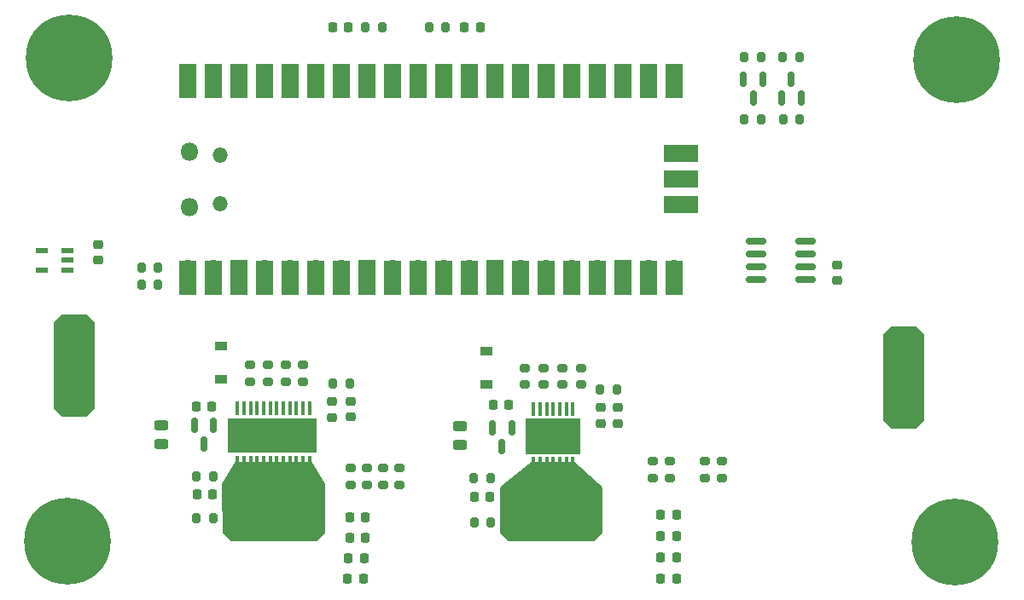
<source format=gbr>
%TF.GenerationSoftware,KiCad,Pcbnew,(6.0.7)*%
%TF.CreationDate,2022-09-20T09:41:07-05:00*%
%TF.ProjectId,BTSTest,42545354-6573-4742-9e6b-696361645f70,rev?*%
%TF.SameCoordinates,Original*%
%TF.FileFunction,Soldermask,Top*%
%TF.FilePolarity,Negative*%
%FSLAX46Y46*%
G04 Gerber Fmt 4.6, Leading zero omitted, Abs format (unit mm)*
G04 Created by KiCad (PCBNEW (6.0.7)) date 2022-09-20 09:41:07*
%MOMM*%
%LPD*%
G01*
G04 APERTURE LIST*
G04 Aperture macros list*
%AMRoundRect*
0 Rectangle with rounded corners*
0 $1 Rounding radius*
0 $2 $3 $4 $5 $6 $7 $8 $9 X,Y pos of 4 corners*
0 Add a 4 corners polygon primitive as box body*
4,1,4,$2,$3,$4,$5,$6,$7,$8,$9,$2,$3,0*
0 Add four circle primitives for the rounded corners*
1,1,$1+$1,$2,$3*
1,1,$1+$1,$4,$5*
1,1,$1+$1,$6,$7*
1,1,$1+$1,$8,$9*
0 Add four rect primitives between the rounded corners*
20,1,$1+$1,$2,$3,$4,$5,0*
20,1,$1+$1,$4,$5,$6,$7,0*
20,1,$1+$1,$6,$7,$8,$9,0*
20,1,$1+$1,$8,$9,$2,$3,0*%
%AMOutline5P*
0 Free polygon, 5 corners , with rotation*
0 The origin of the aperture is its center*
0 number of corners: always 5*
0 $1 to $10 corner X, Y*
0 $11 Rotation angle, in degrees counterclockwise*
0 create outline with 5 corners*
4,1,5,$1,$2,$3,$4,$5,$6,$7,$8,$9,$10,$1,$2,$11*%
%AMOutline6P*
0 Free polygon, 6 corners , with rotation*
0 The origin of the aperture is its center*
0 number of corners: always 6*
0 $1 to $12 corner X, Y*
0 $13 Rotation angle, in degrees counterclockwise*
0 create outline with 6 corners*
4,1,6,$1,$2,$3,$4,$5,$6,$7,$8,$9,$10,$11,$12,$1,$2,$13*%
%AMOutline7P*
0 Free polygon, 7 corners , with rotation*
0 The origin of the aperture is its center*
0 number of corners: always 7*
0 $1 to $14 corner X, Y*
0 $15 Rotation angle, in degrees counterclockwise*
0 create outline with 7 corners*
4,1,7,$1,$2,$3,$4,$5,$6,$7,$8,$9,$10,$11,$12,$13,$14,$1,$2,$15*%
%AMOutline8P*
0 Free polygon, 8 corners , with rotation*
0 The origin of the aperture is its center*
0 number of corners: always 8*
0 $1 to $16 corner X, Y*
0 $17 Rotation angle, in degrees counterclockwise*
0 create outline with 8 corners*
4,1,8,$1,$2,$3,$4,$5,$6,$7,$8,$9,$10,$11,$12,$13,$14,$15,$16,$1,$2,$17*%
G04 Aperture macros list end*
%ADD10C,0.200000*%
%ADD11RoundRect,0.200000X-0.275000X0.200000X-0.275000X-0.200000X0.275000X-0.200000X0.275000X0.200000X0*%
%ADD12C,4.700000*%
%ADD13C,8.600000*%
%ADD14RoundRect,0.200000X0.275000X-0.200000X0.275000X0.200000X-0.275000X0.200000X-0.275000X-0.200000X0*%
%ADD15RoundRect,0.218750X-0.218750X-0.256250X0.218750X-0.256250X0.218750X0.256250X-0.218750X0.256250X0*%
%ADD16RoundRect,0.200000X-0.200000X-0.275000X0.200000X-0.275000X0.200000X0.275000X-0.200000X0.275000X0*%
%ADD17RoundRect,0.200000X0.200000X0.275000X-0.200000X0.275000X-0.200000X-0.275000X0.200000X-0.275000X0*%
%ADD18RoundRect,0.225000X0.250000X-0.225000X0.250000X0.225000X-0.250000X0.225000X-0.250000X-0.225000X0*%
%ADD19RoundRect,0.225000X0.225000X0.250000X-0.225000X0.250000X-0.225000X-0.250000X0.225000X-0.250000X0*%
%ADD20R,1.200000X0.900000*%
%ADD21R,0.354800X1.454899*%
%ADD22R,0.750000X0.750000*%
%ADD23R,8.875000X3.475000*%
%ADD24RoundRect,0.150000X-0.150000X0.587500X-0.150000X-0.587500X0.150000X-0.587500X0.150000X0.587500X0*%
%ADD25Outline6P,-2.540000X1.200000X-1.740000X2.000000X2.540000X2.000000X2.540000X-2.000000X-1.740000X-2.000000X-2.540000X-1.200000X90.000000*%
%ADD26Outline6P,-2.540000X2.000000X1.740000X2.000000X2.540000X1.200000X2.540000X-1.200000X1.740000X-2.000000X-2.540000X-2.000000X90.000000*%
%ADD27R,5.500000X3.650000*%
%ADD28R,1.309599X0.508000*%
%ADD29RoundRect,0.225000X-0.225000X-0.250000X0.225000X-0.250000X0.225000X0.250000X-0.225000X0.250000X0*%
%ADD30Outline6P,-2.540000X1.200000X-1.740000X2.000000X2.540000X2.000000X2.540000X-2.000000X-1.740000X-2.000000X-2.540000X-1.200000X0.000000*%
%ADD31Outline6P,-2.540000X2.000000X1.740000X2.000000X2.540000X1.200000X2.540000X-1.200000X1.740000X-2.000000X-2.540000X-2.000000X0.000000*%
%ADD32RoundRect,0.150000X-0.825000X-0.150000X0.825000X-0.150000X0.825000X0.150000X-0.825000X0.150000X0*%
%ADD33RoundRect,0.243750X0.456250X-0.243750X0.456250X0.243750X-0.456250X0.243750X-0.456250X-0.243750X0*%
%ADD34RoundRect,0.150000X0.150000X-0.587500X0.150000X0.587500X-0.150000X0.587500X-0.150000X-0.587500X0*%
%ADD35RoundRect,0.225000X-0.250000X0.225000X-0.250000X-0.225000X0.250000X-0.225000X0.250000X0.225000X0*%
%ADD36O,1.800000X1.800000*%
%ADD37O,1.500000X1.500000*%
%ADD38O,1.700000X1.700000*%
%ADD39R,1.700000X3.500000*%
%ADD40R,1.700000X1.700000*%
%ADD41R,3.500000X1.700000*%
G04 APERTURE END LIST*
D10*
X130856216Y-90502703D02*
X140796216Y-90502703D01*
X140796216Y-90502703D02*
X140796216Y-94902703D01*
X140796216Y-94902703D02*
X130856216Y-94902703D01*
X130856216Y-94902703D02*
X130856216Y-90502703D01*
G36*
X130856216Y-90502703D02*
G01*
X140796216Y-90502703D01*
X140796216Y-94902703D01*
X130856216Y-94902703D01*
X130856216Y-90502703D01*
G37*
G36*
X140796216Y-90502703D02*
G01*
X137400000Y-90600000D01*
X138100000Y-88100000D01*
X140796216Y-90502703D01*
G37*
X140796216Y-90502703D02*
X137400000Y-90600000D01*
X138100000Y-88100000D01*
X140796216Y-90502703D01*
G36*
X113300000Y-90200000D02*
G01*
X103200000Y-90200000D01*
X104500000Y-88100000D01*
X112000000Y-88100000D01*
X113300000Y-90200000D01*
G37*
X113300000Y-90200000D02*
X103200000Y-90200000D01*
X104500000Y-88100000D01*
X112000000Y-88100000D01*
X113300000Y-90200000D01*
G36*
X134496216Y-90502703D02*
G01*
X130856216Y-90502703D01*
X133896216Y-88102703D01*
X134496216Y-90502703D01*
G37*
X134496216Y-90502703D02*
X130856216Y-90502703D01*
X133896216Y-88102703D01*
X134496216Y-90502703D01*
X103200000Y-92800000D02*
X113300000Y-92800000D01*
X113300000Y-92800000D02*
X113300000Y-90200000D01*
X113300000Y-90200000D02*
X103200000Y-90200000D01*
X103200000Y-90200000D02*
X103200000Y-92800000D01*
G36*
X103200000Y-92800000D02*
G01*
X113300000Y-92800000D01*
X113300000Y-90200000D01*
X103200000Y-90200000D01*
X103200000Y-92800000D01*
G37*
X133900000Y-88100000D02*
X138100000Y-88100000D01*
X138100000Y-88100000D02*
X138100000Y-91700000D01*
X138100000Y-91700000D02*
X133900000Y-91700000D01*
X133900000Y-91700000D02*
X133900000Y-88100000D01*
G36*
X133900000Y-88100000D02*
G01*
X138100000Y-88100000D01*
X138100000Y-91700000D01*
X133900000Y-91700000D01*
X133900000Y-88100000D01*
G37*
D11*
%TO.C,R20*%
X138810000Y-78665000D03*
X138810000Y-80315000D03*
%TD*%
D12*
%TO.C,H1*%
X176000000Y-48000000D03*
D13*
X176000000Y-48000000D03*
%TD*%
D14*
%TO.C,R4*%
X120768333Y-90253333D03*
X120768333Y-88603333D03*
%TD*%
D15*
%TO.C,D8*%
X146662500Y-93230000D03*
X148237500Y-93230000D03*
%TD*%
D11*
%TO.C,R3*%
X109460000Y-78385000D03*
X109460000Y-80035000D03*
%TD*%
D16*
%TO.C,R17*%
X154985000Y-47790000D03*
X156635000Y-47790000D03*
%TD*%
D15*
%TO.C,D12*%
X146662500Y-99640000D03*
X148237500Y-99640000D03*
%TD*%
%TO.C,D7*%
X146662500Y-95366666D03*
X148237500Y-95366666D03*
%TD*%
D17*
%TO.C,R9*%
X96835000Y-68690000D03*
X95185000Y-68690000D03*
%TD*%
D18*
%TO.C,C7*%
X142430000Y-84155000D03*
X142430000Y-82605000D03*
%TD*%
D11*
%TO.C,R6*%
X107710000Y-78385000D03*
X107710000Y-80035000D03*
%TD*%
D14*
%TO.C,R14*%
X115891667Y-90253333D03*
X115891667Y-88603333D03*
%TD*%
D19*
%TO.C,C12*%
X131615000Y-82310000D03*
X130065000Y-82310000D03*
%TD*%
D14*
%TO.C,R28*%
X147593333Y-89605000D03*
X147593333Y-87955000D03*
%TD*%
D12*
%TO.C,H3*%
X175850000Y-96000000D03*
D13*
X175850000Y-96000000D03*
%TD*%
D14*
%TO.C,R19*%
X151086666Y-89605000D03*
X151086666Y-87955000D03*
%TD*%
D20*
%TO.C,D3*%
X103030000Y-76480000D03*
X103030000Y-79780000D03*
%TD*%
D17*
%TO.C,R7*%
X96835000Y-70430000D03*
X95185000Y-70430000D03*
%TD*%
D15*
%TO.C,D10*%
X146662500Y-97503332D03*
X148237500Y-97503332D03*
%TD*%
D16*
%TO.C,R30*%
X128195000Y-94030000D03*
X129845000Y-94030000D03*
%TD*%
%TO.C,R29*%
X128125000Y-89610000D03*
X129775000Y-89610000D03*
%TD*%
D13*
%TO.C,H4*%
X87850000Y-95850000D03*
D12*
X87850000Y-95850000D03*
%TD*%
D21*
%TO.C,U1*%
X111840199Y-82676002D03*
X111190200Y-82676002D03*
X110540202Y-82676002D03*
X109890201Y-82676002D03*
X109240202Y-82676002D03*
X108590201Y-82676002D03*
X107940202Y-82676002D03*
X107290201Y-82676002D03*
X106640202Y-82676002D03*
X105990201Y-82676002D03*
X105340202Y-82676002D03*
X104690201Y-82676002D03*
X104690201Y-88118698D03*
X105340200Y-88118698D03*
X105990201Y-88118698D03*
X106640199Y-88118698D03*
X107290201Y-88118698D03*
X107940199Y-88118698D03*
X108590198Y-88118698D03*
X109240199Y-88118698D03*
X109890198Y-88118698D03*
X110540199Y-88118698D03*
X111190198Y-88118698D03*
X111840199Y-88118698D03*
D22*
X105865200Y-84047350D03*
X109465200Y-84047350D03*
X108565200Y-86747350D03*
X111265200Y-86747350D03*
X106765200Y-84947350D03*
D23*
X108127700Y-85402350D03*
D22*
X105865200Y-85847350D03*
X107665200Y-85847350D03*
X112165200Y-86747350D03*
X112165200Y-85847350D03*
X104065200Y-85847350D03*
X111265200Y-84047350D03*
X111265200Y-85847350D03*
X104965200Y-84947350D03*
X109465200Y-84947350D03*
X105865200Y-84947350D03*
X109465200Y-85847350D03*
X105865200Y-86747350D03*
X104065200Y-84947350D03*
X112165200Y-84947350D03*
X108565200Y-85847350D03*
X111265200Y-84947350D03*
X110365200Y-86747350D03*
X104065200Y-84047350D03*
X107665200Y-84947350D03*
X112165200Y-84047350D03*
X106765200Y-84047350D03*
X104965200Y-86747350D03*
X104965200Y-84047350D03*
X106765200Y-86747350D03*
X108565200Y-84047350D03*
X110365200Y-84947350D03*
X110365200Y-85847350D03*
X106765200Y-85847350D03*
X107665200Y-84047350D03*
X107665200Y-86747350D03*
X104065200Y-86747350D03*
X110365200Y-84047350D03*
X109465200Y-86747350D03*
X104965200Y-85847350D03*
X108565200Y-84947350D03*
%TD*%
D14*
%TO.C,R11*%
X117517222Y-90253333D03*
X117517222Y-88603333D03*
%TD*%
D24*
%TO.C,Q2*%
X156800000Y-49982500D03*
X154900000Y-49982500D03*
X155850000Y-51857500D03*
%TD*%
D15*
%TO.C,D2*%
X115812500Y-93534999D03*
X117387500Y-93534999D03*
%TD*%
D16*
%TO.C,R5*%
X117375000Y-44790000D03*
X119025000Y-44790000D03*
%TD*%
%TO.C,R16*%
X158845000Y-53980000D03*
X160495000Y-53980000D03*
%TD*%
D25*
%TO.C,U4*%
X170825000Y-82195000D03*
D26*
X170825000Y-77120000D03*
%TD*%
D21*
%TO.C,U5*%
X137982101Y-82726002D03*
X137332100Y-82726002D03*
X136682099Y-82726002D03*
X136032100Y-82726002D03*
X135382101Y-82726002D03*
X134732100Y-82726002D03*
X134082101Y-82726002D03*
X134082099Y-88168698D03*
X134732100Y-88168698D03*
X135382099Y-88168698D03*
X136032100Y-88168698D03*
X136682099Y-88168698D03*
X137332100Y-88168698D03*
X137982099Y-88168698D03*
D27*
X136032100Y-85472350D03*
D22*
X136532100Y-84097350D03*
X137432100Y-85897350D03*
X138332100Y-84997350D03*
X137432100Y-84997350D03*
X138332100Y-86797350D03*
X133832100Y-84997350D03*
X138332100Y-84097350D03*
X137432100Y-84097350D03*
X135632100Y-84997350D03*
X136532100Y-84997350D03*
X133832100Y-86797350D03*
X134732100Y-84097350D03*
X134732100Y-84997350D03*
X136532100Y-86797350D03*
X134732100Y-86797350D03*
X135632100Y-85897350D03*
X135632100Y-86797350D03*
X133832100Y-85897350D03*
X133832100Y-84097350D03*
X138332100Y-85897350D03*
X135632100Y-84097350D03*
X134732100Y-85897350D03*
X137432100Y-86797350D03*
X136532100Y-85897350D03*
%TD*%
D17*
%TO.C,R23*%
X125335000Y-44800000D03*
X123685000Y-44800000D03*
%TD*%
D11*
%TO.C,R2*%
X111210000Y-78385000D03*
X111210000Y-80035000D03*
%TD*%
D16*
%TO.C,R15*%
X154995000Y-53980000D03*
X156645000Y-53980000D03*
%TD*%
D14*
%TO.C,R26*%
X133180000Y-80315000D03*
X133180000Y-78665000D03*
%TD*%
D18*
%TO.C,C3*%
X114050000Y-83565000D03*
X114050000Y-82015000D03*
%TD*%
D24*
%TO.C,U3*%
X102320000Y-84362500D03*
X100420000Y-84362500D03*
X101370000Y-86237500D03*
%TD*%
D20*
%TO.C,D9*%
X129430000Y-77030000D03*
X129430000Y-80330000D03*
%TD*%
D12*
%TO.C,H2*%
X88000000Y-47850000D03*
D13*
X88000000Y-47850000D03*
%TD*%
D26*
%TO.C,H5*%
X88500000Y-75875000D03*
D25*
X88500000Y-80950000D03*
%TD*%
D18*
%TO.C,C2*%
X115900000Y-83555000D03*
X115900000Y-82005000D03*
%TD*%
D16*
%TO.C,R13*%
X100625000Y-93600000D03*
X102275000Y-93600000D03*
%TD*%
D19*
%TO.C,C5*%
X102165000Y-82480000D03*
X100615000Y-82480000D03*
%TD*%
D11*
%TO.C,R24*%
X135056666Y-78665000D03*
X135056666Y-80315000D03*
%TD*%
D19*
%TO.C,C1*%
X115675000Y-44800000D03*
X114125000Y-44800000D03*
%TD*%
D17*
%TO.C,R27*%
X142325000Y-80820000D03*
X140675000Y-80820000D03*
%TD*%
D16*
%TO.C,R12*%
X100625000Y-89450000D03*
X102275000Y-89450000D03*
%TD*%
D28*
%TO.C,U7*%
X87854000Y-68914601D03*
X87854000Y-67964600D03*
X87854000Y-67014599D03*
X85263200Y-67014599D03*
X85263200Y-68914601D03*
%TD*%
D29*
%TO.C,C6*%
X127215000Y-44790000D03*
X128765000Y-44790000D03*
%TD*%
D17*
%TO.C,R10*%
X115805000Y-80210000D03*
X114155000Y-80210000D03*
%TD*%
D18*
%TO.C,C9*%
X164220000Y-69975000D03*
X164220000Y-68425000D03*
%TD*%
D30*
%TO.C,J2*%
X133295000Y-93805000D03*
D31*
X138370000Y-93805000D03*
%TD*%
D32*
%TO.C,U6*%
X156145000Y-66065000D03*
X156145000Y-67335000D03*
X156145000Y-68605000D03*
X156145000Y-69875000D03*
X161095000Y-69875000D03*
X161095000Y-68605000D03*
X161095000Y-67335000D03*
X161095000Y-66065000D03*
%TD*%
D15*
%TO.C,D6*%
X115612500Y-99590000D03*
X117187500Y-99590000D03*
%TD*%
D24*
%TO.C,U8*%
X131900000Y-84592500D03*
X130000000Y-84592500D03*
X130950000Y-86467500D03*
%TD*%
D33*
%TO.C,D5*%
X97155000Y-86197500D03*
X97155000Y-84322500D03*
%TD*%
D17*
%TO.C,R18*%
X160435000Y-47790000D03*
X158785000Y-47790000D03*
%TD*%
D14*
%TO.C,R8*%
X105960000Y-80035000D03*
X105960000Y-78385000D03*
%TD*%
D34*
%TO.C,Q1*%
X158700000Y-51857500D03*
X160600000Y-51857500D03*
X159650000Y-49982500D03*
%TD*%
D30*
%TO.C,J1*%
X105745000Y-93825000D03*
D31*
X110820000Y-93825000D03*
%TD*%
D14*
%TO.C,R31*%
X145900000Y-89605000D03*
X145900000Y-87955000D03*
%TD*%
D18*
%TO.C,C8*%
X140720000Y-84155000D03*
X140720000Y-82605000D03*
%TD*%
D15*
%TO.C,D4*%
X115712500Y-97571665D03*
X117287500Y-97571665D03*
%TD*%
D19*
%TO.C,C4*%
X102225000Y-91225000D03*
X100675000Y-91225000D03*
%TD*%
%TO.C,C10*%
X129755000Y-91460000D03*
X128205000Y-91460000D03*
%TD*%
D15*
%TO.C,D1*%
X115812500Y-95553332D03*
X117387500Y-95553332D03*
%TD*%
D14*
%TO.C,R1*%
X119142777Y-90253333D03*
X119142777Y-88603333D03*
%TD*%
D11*
%TO.C,R21*%
X136933332Y-78665000D03*
X136933332Y-80315000D03*
%TD*%
D35*
%TO.C,C11*%
X90850000Y-66425000D03*
X90850000Y-67975000D03*
%TD*%
D33*
%TO.C,D11*%
X126795000Y-86297500D03*
X126795000Y-84422500D03*
%TD*%
D14*
%TO.C,R22*%
X152780000Y-89605000D03*
X152780000Y-87955000D03*
%TD*%
D36*
%TO.C,U2*%
X99925000Y-62660000D03*
D37*
X102955000Y-62360000D03*
D36*
X99925000Y-57210000D03*
D37*
X102955000Y-57510000D03*
D38*
X99795000Y-68825000D03*
D39*
X99795000Y-69725000D03*
D38*
X102335000Y-68825000D03*
D39*
X102335000Y-69725000D03*
D40*
X104875000Y-68825000D03*
D39*
X104875000Y-69725000D03*
D38*
X107415000Y-68825000D03*
D39*
X107415000Y-69725000D03*
X109955000Y-69725000D03*
D38*
X109955000Y-68825000D03*
D39*
X112495000Y-69725000D03*
D38*
X112495000Y-68825000D03*
D39*
X115035000Y-69725000D03*
D38*
X115035000Y-68825000D03*
D39*
X117575000Y-69725000D03*
D40*
X117575000Y-68825000D03*
D39*
X120115000Y-69725000D03*
D38*
X120115000Y-68825000D03*
X122655000Y-68825000D03*
D39*
X122655000Y-69725000D03*
D38*
X125195000Y-68825000D03*
D39*
X125195000Y-69725000D03*
D38*
X127735000Y-68825000D03*
D39*
X127735000Y-69725000D03*
D40*
X130275000Y-68825000D03*
D39*
X130275000Y-69725000D03*
D38*
X132815000Y-68825000D03*
D39*
X132815000Y-69725000D03*
X135355000Y-69725000D03*
D38*
X135355000Y-68825000D03*
X137895000Y-68825000D03*
D39*
X137895000Y-69725000D03*
D38*
X140435000Y-68825000D03*
D39*
X140435000Y-69725000D03*
X142975000Y-69725000D03*
D40*
X142975000Y-68825000D03*
D38*
X145515000Y-68825000D03*
D39*
X145515000Y-69725000D03*
D38*
X148055000Y-68825000D03*
D39*
X148055000Y-69725000D03*
X148055000Y-50145000D03*
D38*
X148055000Y-51045000D03*
X145515000Y-51045000D03*
D39*
X145515000Y-50145000D03*
D40*
X142975000Y-51045000D03*
D39*
X142975000Y-50145000D03*
D38*
X140435000Y-51045000D03*
D39*
X140435000Y-50145000D03*
D38*
X137895000Y-51045000D03*
D39*
X137895000Y-50145000D03*
X135355000Y-50145000D03*
D38*
X135355000Y-51045000D03*
D39*
X132815000Y-50145000D03*
D38*
X132815000Y-51045000D03*
D40*
X130275000Y-51045000D03*
D39*
X130275000Y-50145000D03*
X127735000Y-50145000D03*
D38*
X127735000Y-51045000D03*
D39*
X125195000Y-50145000D03*
D38*
X125195000Y-51045000D03*
X122655000Y-51045000D03*
D39*
X122655000Y-50145000D03*
X120115000Y-50145000D03*
D38*
X120115000Y-51045000D03*
D40*
X117575000Y-51045000D03*
D39*
X117575000Y-50145000D03*
X115035000Y-50145000D03*
D38*
X115035000Y-51045000D03*
X112495000Y-51045000D03*
D39*
X112495000Y-50145000D03*
D38*
X109955000Y-51045000D03*
D39*
X109955000Y-50145000D03*
X107415000Y-50145000D03*
D38*
X107415000Y-51045000D03*
D39*
X104875000Y-50145000D03*
D40*
X104875000Y-51045000D03*
D38*
X102335000Y-51045000D03*
D39*
X102335000Y-50145000D03*
D38*
X99795000Y-51045000D03*
D39*
X99795000Y-50145000D03*
D41*
X148725000Y-62475000D03*
D38*
X147825000Y-62475000D03*
D41*
X148725000Y-59935000D03*
D40*
X147825000Y-59935000D03*
D38*
X147825000Y-57395000D03*
D41*
X148725000Y-57395000D03*
%TD*%
M02*

</source>
